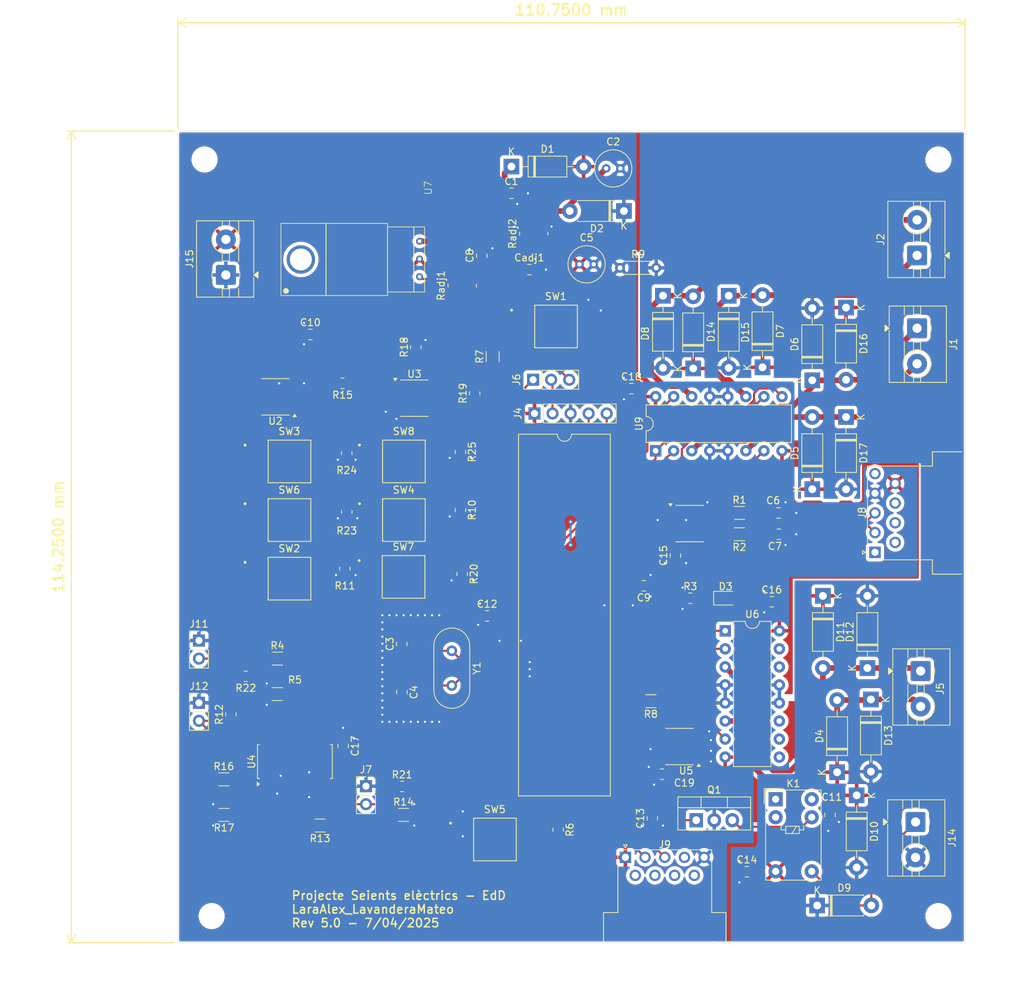
<source format=kicad_pcb>
(kicad_pcb (version 20240108) (generator "pcbnew") (generator_version "8.0")
  (layers (0 "F.Cu" signal) (31 "B.Cu" signal) (34 "B.Paste" user) (35 "F.Paste" user) (36 "B.SilkS" user "B.Silkscreen") (37 "F.SilkS" user "F.Silkscreen") (38 "B.Mask" user) (39 "F.Mask" user) (44 "Edge.Cuts" user))
  (net 0 "")
  (net 1 "GND")
  (net 2 "Net-(D1-K)")
  (net 3 "Net-(U10-OSC1{slash}CLKI{slash}RA7)")
  (net 4 "Net-(U10-OSC2{slash}CLKO{slash}RA6)")
  (net 5 "+5V")
  (net 6 "Net-(C6-Pad2)")
  (net 7 "Net-(C7-Pad2)")
  (net 8 "Net-(U3A-+)")
  (net 9 "VBAT")
  (net 10 "GNDPWR")
  (net 11 "ACTIVACIO_RELE")
  (net 12 "Net-(U7-ADJ{slash}GND)")
  (net 13 "Net-(D3-K)")
  (net 14 "Net-(D13-K)")
  (net 15 "Net-(D17-K)")
  (net 16 "Net-(D16-A)")
  (net 17 "Net-(D15-K)")
  (net 18 "Net-(D14-A)")
  (net 19 "Net-(D9-A2)")
  (net 20 "Net-(D11-A)")
  (net 21 "PGD")
  (net 22 "PGC")
  (net 23 "PROG_MCLR")
  (net 24 "Net-(J6-Pin_3)")
  (net 25 "Net-(J7-Pin_2)")
  (net 31 "Net-(U10-CK{slash}TX{slash}RC6)")
  (net 35 "Net-(U10-DT{slash}RX{slash}RC7)")
  (net 38 "Net-(J11-Pin_2)")
  (net 39 "Net-(J12-Pin_2)")
  (net 40 "Net-(Q1-C)")
  (net 41 "Net-(R4-Pad2)")
  (net 42 "CINT_OUT")
  (net 43 "SDA")
  (net 44 "M1_BOT")
  (net 45 "M3_BOT")
  (net 46 "Net-(R13-Pad2)")
  (net 47 "Net-(U2-V_{OUT})")
  (net 48 "Net-(R16-Pad2)")
  (net 49 "Net-(U3A--)")
  (net 50 "ANALOGIC_OUT")
  (net 51 "M2_BOT")
  (net 57 "OUT_FC2")
  (net 58 "OUT_FC3")
  (net 59 "SCL")
  (net 60 "M3_IN2")
  (net 62 "PWM")
  (net 64 "M3_IN1")
  (net 68 "M2_IN2")
  (net 69 "M1_IN1")
  (net 70 "M1_IN2")
  (net 71 "M2_IN1")
  (net 74 "OUT_FC1")
  (net 77 "M11_BOT")
  (net 81 "Net-(J6-Pin_1)")
  (net 82 "M22_BOT")
  (net 83 "M33_BOT")
  (net 84 "Net-(TJA1051T1-TXD)")
  (net 85 "Net-(TJA1051T1-RXD)")
  (net 87 "Net-(TJA1051T1-CAN-)")
  (net 88 "Net-(TJA1051T1-CAN+)")
  (footprint "Resistor_SMD:R_1206_3216Metric" (layer "F.Cu") (at 89.25 133)
    (property "Reference" "R14")
    (property "Value" "10k")
  )
  (footprint "TerminalBlock:TerminalBlock_MaiXu_MX126-5.0-02P_1x02_P5.00mm" (layer "F.Cu") (at 161.2825 134 -90)
    (property "Reference" "J14")
    (property "Value" "Screw_Terminal_01x02")
  )
  (footprint "Capacitor_THT:C_Radial_D5.0mm_H5.0mm_P2.00mm" (layer "F.Cu") (at 114 55.5)
    (property "Reference" "C5")
    (property "Value" "1uF")
  )
  (footprint "Connector_Dsub:DSUB-9_Male_Horizontal_P2.77x2.84mm_EdgePinOffset9.40mm" (layer "F.Cu") (at 155.574669 96.04 90)
    (property "Reference" "J8")
    (property "Value" "DE9_Plug")
  )
  (footprint "AlexLibrary:SW_2-1437565-7" (layer "F.Cu") (at 73.2 99.75)
    (property "Reference" "SW2")
    (property "Value" "SW_Push")
  )
  (footprint "Capacitor_SMD:C_0805_2012Metric" (layer "F.Cu") (at 142.05 93.5 180)
    (property "Reference" "C7")
    (property "Value" "47n")
  )
  (footprint "AlexLibrary:SW_2-1437565-7" (layer "F.Cu") (at 89.25 99.5)
    (property "Reference" "SW7")
    (property "Value" "SW_Push")
  )
  (footprint "Mis_huellas:SW_2-1437565-7" (layer "F.Cu") (at 102.105776 136.466146)
    (property "Reference" "SW5")
    (property "Value" "SW_Push")
  )
  (footprint "Diode_THT:D_DO-41_SOD81_P7.62mm_Horizontal" (layer "F.Cu") (at 120.25 48 180)
    (property "Reference" "D2")
    (property "Value" "D_TVS")
  )
  (footprint "Capacitor_SMD:C_0805_2012Metric" (layer "F.Cu") (at 123.05 100.75 180)
    (property "Reference" "C9")
    (property "Value" "100n")
  )
  (footprint "Connector_PinHeader_2.54mm:PinHeader_1x02_P2.54mm_Vertical" (layer "F.Cu") (at 60.4625 108.46)
    (property "Reference" "J11")
    (property "Value" "Conn_01x02")
  )
  (footprint "AlexLibrary:SW_2-1437565-7" (layer "F.Cu") (at 89.3 83.25)
    (property "Reference" "SW8")
    (property "Value" "SW_Push")
  )
  (footprint "Resistor_SMD:R_1206_3216Metric" (layer "F.Cu") (at 124.0375 117 180)
    (property "Reference" "R8")
    (property "Value" "2k")
  )
  (footprint "Resistor_SMD:R_0805_2012Metric" (layer "F.Cu") (at 90.9775 67.1625 90)
    (property "Reference" "R18")
    (property "Value" "1k")
  )
  (footprint "Resistor_SMD:R_0805_2012Metric" (layer "F.Cu") (at 97.25 90.0875 -90)
    (property "Reference" "R10")
    (property "Value" "10k")
  )
  (footprint "Resistor_SMD:R_0805_2012Metric" (layer "F.Cu") (at 81.25 90.3375 -90)
    (property "Reference" "R23")
    (property "Value" "10k")
  )
  (footprint "Package_DIP:DIP-16_W7.62mm" (layer "F.Cu") (at 124.71 81.75 90)
    (property "Reference" "U9")
    (property "Value" "L293D")
  )
  (footprint "Resistor_SMD:R_0805_2012Metric" (layer "F.Cu") (at 81.25 82.0875 -90)
    (property "Reference" "R24")
    (property "Value" "10k")
  )
  (footprint "Diode_THT:D_DO-41_SOD81_P10.16mm_Horizontal" (layer "F.Cu") (at 125.75 59.92 -90)
    (property "Reference" "D8")
    (property "Value" "1N5819")
  )
  (footprint "Connector_PinHeader_2.54mm:PinHeader_1x02_P2.54mm_Vertical" (layer "F.Cu") (at 60.4625 117.225)
    (property "Reference" "J12")
    (property "Value" "Conn_01x02")
  )
  (footprint "TerminalBlock:TerminalBlock_MaiXu_MX126-5.0-02P_1x02_P5.00mm" (layer "F.Cu") (at 162 112.75 -90)
    (property "Reference" "J5")
    (property "Value" "Screw_Terminal_01x02")
  )
  (footprint "Diode_THT:D_DO-41_SOD81_P10.16mm_Horizontal" (layer "F.Cu") (at 104.42 41.75)
    (property "Reference" "D1")
    (property "Value" "1N4002")
  )
  (footprint "Diode_THT:D_DO-41_SOD81_P10.16mm_Horizontal" (layer "F.Cu") (at 150.25 127 90)
    (property "Reference" "D4")
    (property "Value" "1N5819")
  )
  (footprint "Capacitor_SMD:C_0805_2012Metric" (layer "F.Cu") (at 137.55 141)
    (property "Reference" "C14")
    (property "Value" "33n")
  )
  (footprint "Capacitor_SMD:C_0805_2012Metric" (layer "F.Cu") (at 104.42 45.5)
    (property "Reference" "C1")
    (property "Value" "100nF")
  )
  (footprint "Package_DIP:DIP-16_W7.62mm" (layer "F.Cu") (at 134.5 107.09)
    (property "Reference" "U6")
    (property "Value" "L293D")
  )
  (footprint "Resistor_SMD:R_1206_3216Metric" (layer "F.Cu") (at 71.5 116 180)
    (property "Reference" "R5")
    (property "Value" "10k")
  )
  (footprint "Resistor_SMD:R_1206_3216Metric" (layer "F.Cu") (at 63.9625 128)
    (property "Reference" "R16")
    (property "Value" "10k")
  )
  (footprint "Diode_THT:D_DO-41_SOD81_P10.16mm_Horizontal" (layer "F.Cu") (at 130 70.16 90)
    (property "Reference" "D14")
    (property "Value" "1N5819")
  )
  (footprint "AlexLibrary:SW_2-1437565-7" (layer "F.Cu") (at 89.3 91.5)
    (property "Reference" "SW4")
    (property "Value" "SW_Push")
  )
  (footprint "Diode_THT:D_DO-41_SOD81_P10.16mm_Horizontal" (layer "F.Cu") (at 139.75 70 90)
    (property "Reference" "D7")
    (property "Value" "1N5819")
  )
  (footprint "AlexLibrary:SW_2-1437565-7" (layer "F.Cu") (at 73.2 83.25)
    (property "Reference" "SW3")
    (property "Value" "SW_Push")
  )
  (footprint "Resistor_SMD:R_0805_2012Metric" (layer "F.Cu") (at 80.6625 72.25 180)
    (property "Reference" "R15")
    (property "Value" "10k")
  )
  (footprint "Resistor_SMD:R_1206_3216Metric" (layer "F.Cu") (at 136.5 90.5)
    (property "Reference" "R1")
    (property "Value" "120")
  )
  (footprint "Resistor_SMD:R_0815_2038Metric" (layer "F.Cu") (at 107.5625 51.1875 90)
    (property "Reference" "Radj2")
    (property "Value" "270")
  )
  (footprint "Resistor_SMD:R_0805_2012Metric" (layer "F.Cu") (at 111 135.0875 -90)
    (property "Reference" "R6")
    (property "Value" "10k")
  )
  (footprint "Mis_huellas:DIP-40_W15.24mm_SMD" (layer "F.Cu") (at 112.06 105.365)
    (property "Reference" "U10" (hide yes))
    (property "Value" "PIC18F4580-IP" (hide yes))
  )
  (footprint "Diode_THT:D_DO-41_SOD81_P7.62mm_Horizontal" (layer "F.Cu") (at 147.44 145.75)
    (property "Reference" "D9")
    (property "Value" "D_TVS")
  )
  (footprint "Diode_THT:D_DO-41_SOD81_P10.16mm_Horizontal" (layer "F.Cu") (at 148.25 102.17 -90)
    (property "Reference" "D11")
    (property "Value" "1N5819")
  )
  (footprint "Resistor_SMD:R_0805_2012Metric" (layer "F.Cu") (at 81 98.3375 -90)
    (property "Reference" "R11")
    (property "Value" "10k")
  )
  (footprint "Connector_PinHeader_2.54mm:PinHeader_1x02_P2.54mm_Vertical" (layer "F.Cu") (at 83.9625 128.96)
    (property "Reference" "J7")
    (property "Value" "Conn_01x02")
  )
  (footprint "Capacitor_SMD:C_0805_2012Metric" (layer "F.Cu") (at 80.75 123.3 -90)
    (property "Reference" "C17")
    (property "Value" "100n")
  )
  (footprint "Capacitor_SMD:C_0805_2012Metric" (layer "F.Cu") (at 89 108.95 90)
    (property "Reference" "C3")
    (property "Value" "35pF")
  )
  (footprint "Diode_THT:D_DO-41_SOD81_P10.16mm_Horizontal" (layer "F.Cu") (at 146.75 87.16 90)
    (property "Reference" "D5")
    (property "Value" "1N5819")
  )
  (footprint "Capacitor_SMD:C_0805_2012Metric" (layer "F.Cu") (at 100.25 54.3 90)
    (property "Reference" "C8")
    (property "Value" "100nF")
  )
  (footprint "TerminalBlock:TerminalBlock_MaiXu_MX126-5.0-02P_1x02_P5.00mm" (layer "F.Cu") (at 161.5 54.25 90)
    (property "Reference" "J2")
    (property "Value" "Screw_Terminal_01x02")
  )
  (footprint "Diode_THT:D_DO-41_SOD81_P10.16mm_Horizontal" (layer "F.Cu") (at 146.75 71.83 90)
    (property "Reference" "D6")
    (property "Value" "1N5819")
  )
  (footprint "Resistor_SMD:R_0805_2012Metric" (layer "F.Cu") (at 97.5 99.0875 -90)
    (property "Reference" "R20")
    (property "Value" "10k")
  )
  (footprint "Resistor_SMD:R_0805_2012Metric" (layer "F.Cu") (at 64.9625 118.857448 90)
    (property "Reference" "R12")
    (property "Value" "10k")
  )
  (footprint "Diode_THT:D_DO-41_SOD81_P10.16mm_Horizontal" (layer "F.Cu") (at 155 116.75 -90)
    (property "Reference" "D13")
    (property "Value" "1N5819")
  )
  (footprint "Capacitor_SMD:C_0805_2012Metric" (layer "F.Cu") (at 125.6075 127.27)
    (property "Reference" "C19")
    (property "Value" "100n")
  )
  (footprint "Resistor_SMD:R_0805_2012Metric" (layer "F.Cu") (at 89.05 129)
    (property "Reference" "R21")
    (property "Value" "10k")
  )
  (footprint "Resistor_SMD:R_1206_3216Metric" (layer "F.Cu") (at 77.5 134.5 180)
    (property "Reference" "R13")
    (property "Value" "10k")
  )
  (footprint "AlexLibrary:SW_2-1437565-7" (layer "F.Cu") (at 73.2 91.5)
    (property "Reference" "SW6")
    (property "Value" "SW_Push")
  )
  (footprint "Capacitor_SMD:C_0805_2012Metric" (layer "F.Cu") (at 106.95 56.25)
    (property "Reference" "Cadj1")
    (property "Value" "10uF")
  )
  (footprint "Resistor_SMD:R_0805_2012Metric" (layer "F.Cu") (at 129.5875 102.5)
    (property "Reference" "R3")
    (property "Value" "150")
  )
  (footprint "TerminalBlock:TerminalBlock_MaiXu_MX126-5.0-02P_1x02_P5.00mm" (layer "F.Cu") (at 64.25 57 90)
    (property "Reference" "J15")
    (property "Value" "Screw_Terminal_01x02")
  )
  (footprint "Capacitor_SMD:C_0805_2012Metric" (layer "F.Cu") (at 121.3 73)
    (property "Reference" "C18")
    (property "Value" "100n")
  )
  (footprint "Package_SO:SOIC-8_3.9x4.9mm_P1.27mm" (layer "F.Cu") (at 129.5 92)
    (property "Reference" "TJA1051T1" (hide yes))
    (property "Value" "U1")
  )
  (footprint "Capacitor_SMD:C_0805_2012Metric" (layer "F.Cu") (at 124.25 133.5 90)
    (property "Reference" "C13")
    (property "Value" "47n")
  )
  (footprint "Capacitor_SMD:C_0805_2012Metric" (layer "F.Cu") (at 76.133562 65.374569)
    (property "Reference" "C10")
    (property "Value" "100n")
  )
  (footprint "Diode_THT:D_DO-41_SOD81_P10.16mm_Horizontal" (layer "F.Cu") (at 151.5 77 -90)
    (property "Reference" "D17")
    (property "Value" "1N5819")
  )
  (footprint "Capacitor_SMD:C_0805_2012Metric" (layer "F.Cu") (at 142 90.5 180)
    (property "Reference" "C6")
    (property "Value" "47n")
  )
  (footprint "Connector_Dsub:DSUB-9_Male_Horizontal_P2.77x2.54mm_EdgePinOffset9.40mm" (layer "F.Cu") (at 120.46 138.974669)
    (property "Reference" "J9")
    (property "Value" "DE9_Plug")
  )
  (footprint "Resistor_SMD:R_0805_2012Metric" (layer "F.Cu") (at 97.25 81.9125 -90)
    (property "Reference" "R25")
    (property "Value" "10k")
  )
  (footprint "Resistor_SMD:R_1206_3216Metric" (layer "F.Cu") (at 101.7875 68.5 90)
    (property "Reference" "R7")
    (property "Value" "300")
  )
  (footprint "Package_SO:SOIC-8_3.9x4.9mm_P1.27mm" (layer "F.Cu") (at 90.775 74.345)
    (property "Reference" "U3")
    (property "Value" "LT6234")
  )
  (footprint "Diode_THT:D_DO-41_SOD81_P10.16mm_Horizontal" (layer "F.Cu") (at 135 59.92 -90)
    (property "Reference" "D15")
    (property "Value" "1N5819")
  )
  (footprint "Connector_PinHeader_2.54mm:PinHeader_1x05_P2.54mm_Vertical" (layer "F.Cu") (at 107.67 76.5 90)
    (property "Reference" "J4")
    (property "Value" "Conn_01x05")
  )
  (footprint "MountingHole:MountingHole_3.2mm_M3" (layer "F.Cu") (at 164.5 40.75)
    (property "Reference" "REF**")
    (property "Value" "MountingHole_3.2mm_M3")
  )
  (footprint "Capacitor_SMD:C_0805_2012Metric" (layer "F.Cu") (at 127.5 96.5 90)
    (property "Reference" "C15")
    (property "Value" "100n")
  )
  (footprint "Capacitor_SMD:C_0805_2012Metric" (layer "F.Cu") (at 149.25 133 90)
    (property "Reference" "C11")
    (property "Value" "47n")
  )
  (footprint "Capacitor_SMD:C_0805_2012Metric" (layer "F.Cu") (at 141.05 103)
    (property "Reference" "C16")
    (property "Value" "100n")
  )
  (footprint "Package_SO:SO-8_3.9x4.9mm_P1.27mm" (layer "F.Cu") (at 128.075 123.385 180)
    (property "Reference" "U5")
    (property "Value" "24LC512")
  )
  (footprint "Connector_PinHeader_2.54mm:PinHeader_1x03_P2.54mm_Vertical" (layer "F.Cu") (at 107.475 71.75 90)
    (property "Reference" "J6")
    (property "Value" "Conn_01x03")
  )
  (footprint "Mis_huellas:HuellaDis" (layer "F.Cu") (at 93.71 54.741157 90)
    (property "Reference" "U7")
    (property "Value" "LD1086V-DG")
  )
  (footprint "MountingHole:MountingHole_3.2mm_M3" (layer "F.Cu") (at 164.5 147.25)
    (property "Reference" "REF**")
    (property "Value" "MountingHole_3.2mm_M3")
  )
  (footprint "Mis_huellas:SW_2-1437565-7" (layer "F.Cu") (at 110.7 64.25)
    (property "Reference" "SW1")
    (property "Value" "SW_Push" (hide yes))
  )
  (footprint "Capacitor_SMD:C_0805_2012Metric" (layer "F.Cu") (at 89.017929 115.728641 -90)
    (property "Reference" "C4")
    (property "Value" "35pF")
  )
  (footprint "Resistor_SMD:R_0805_2012Metric" (layer "F.Cu") (at 99.25 73.6625 90)
    (property "Reference" "R19")
    (property "Value" "9k")
  )
  (footprint "Resistor_SMD:R_0815_2038Metric" (layer "F.Cu") (at 97.5 58.5 90)
    (property "Reference" "Radj1")
    (property "Value" "121")
  )
  (footprint "Resistor_SMD:R_1206_3216Metric" (layer "F.Cu") (at 136.5 93.5 180)
    (property "Reference" "R2")
    (property "Value" "120")
  )
  (footprint "Resistor_THT:R_Axial_DIN0204_L3.6mm_D1.6mm_P5.08mm_Horizontal" (layer "F.Cu") (at 119.71 56)
    (property "Reference" "R9")
    (property "Value" "0")
  )
  (footprint "Diode_THT:D_DO-41_SOD81_P10.16mm_Horizontal" (layer "F.Cu") (at 151.5 61.59 -90)
    (property "Reference" "D16")
    (property "Value" "1N5819")
  )
  (footprint "TerminalBlock:TerminalBlock_MaiXu_MX126-5.0-02P_1x02_P5.00mm" (layer "F.Cu") (at 161.5 64.5 -90)
    (property "Reference" "J1")
    (property "Value" "Screw_Terminal_01x02")
  )
  (footprint "Capacitor_SMD:C_0805_2012Metric" (layer "F.Cu") (at 101 105)
    (property "Reference" "C12")
    (property "Value" "100n")
  )
  (footprint "Capacitor_THT:C_Radial_D5.0mm_H5.0mm_P2.00mm" (layer "F.Cu") (at 117.75 42)
    (property "Reference" "C2")
    (property "Value" "1uF")
  )
  (footprint "Package_SO:SOIC-16_4.55x10.3mm_P1.27mm" (layer "F.Cu") (at 73.9625 125.5 90)
    (property "Reference" "U4")
    (property "Value" "LT1721")
  )
  (footprint "MountingHole:MountingHole_3.2mm_M3" (layer "F.Cu") (at 62.25 147.25)
    (property "Reference" "REF**")
    (property "Value" "MountingHole_3.2mm_M3")
  )
  (footprint "Package_SO:SOIC-8_3.9x4.9mm_P1.27mm" (layer "F.Cu") (at 71.225 74.155 180)
    (property "Reference" "U2")
    (property "Value" "LM35-D")
  )
  (footprint "Relay_THT:Relay_SPDT_Omron_G5V-1" (layer "F.Cu") (at 141.5925 130.7925)
    (property "Reference" "K1")
    (property "Value" "Relay_SPDT")
  )
  (footprint "Diode_THT:D_DO-41_SOD81_P10.16mm_Horizontal" (layer "F.Cu") (at 153 130.25 -90)
    (property "Reference" "D10")
    (property "Value" "1N4007")
  )
  (footprint "Diode_THT:D_DO-41_SOD81_P10.16mm_Horizontal" (layer "F.Cu") (at 154.5 112.33 90)
    (property "Reference" "D12")
    (property "Value" "1N5819")
  )
  (footprint "LED_SMD:LED_0805_2012Metric" (layer "F.Cu") (at 134.5625 102.5)
    (property "Reference" "D3")
    (property "Value" "LED")
  )
  (footprint "Resistor_SMD:R_1206_3216Metric" (layer "F.Cu") (at 64 133 180)
    (property "Reference" "R17")
    (property "Value" "10k")
  )
  (footprint "Resistor_SMD:R_0805_2012Metric" (layer "F.Cu") (at 67.05 113.5 180)
    (property "Reference" "R22")
    (property "Value" "10k")
  )
  (footprint "Crystal:Crystal_HC49-U_Vertical" (layer "F.Cu") (at 96.034112 109.90673 -90)
    (property "Reference" "Y1")
    (property "Value" "Crystal")
  )
  (footprint "MountingHole:MountingHole_3.2mm_M3" (layer "F.Cu") (at 61.25 40.75)
    (property "Reference" "REF**")
    (property "Value" "MountingHole_3.2mm_M3")
  )
  (footprint "Resistor_SMD:R_1206_3216Metric" (layer "F.Cu") (at 71.5 111)
    (property "Reference" "R4")
    (property "Value" "10k")
  )
  (footprint "Package_TO_SOT_THT:TO-220-3_Vertical" (layer "F.Cu") (at 130.42 133.75)
    (property "Reference" "Q1")
    (property "Value" "DTC144E")
  )
  (gr_rect (start 57.5 36.75) (end 168.25 151) (stroke (width 0.05)) (fill none) (layer "Edge.Cuts"))
  (gr_text_box "Projecte Seients elèctrics - EdD\nLaraAlex_LavanderaMateo\nRev 5.0 - 7/04/2025" (start 72.5 142.75) (end 106.5 149.75) (layer "F.SilkS") (effects (font (size 1.2 1.2) (thickness 0.2) (bold yes)) (justify left top)) (border yes))
  (dimension (type aligned) (layer "F.SilkS") (pts (xy 57.5 36.75) (xy 57.5 151)) (height 14.999999) (gr_text "114,2500 mm" (at 40.700001 93.875 90) (layer "F.SilkS") (effects (font (size 1.5 1.5) (thickness 0.3)))) (format (prefix "") (suffix "") (units 3) (units_format 1) (precision 4)) (style (thickness 0.2) (arrow_length 1.27) (text_position_mode 0) (extension_height 0.58642) (extension_offset 0.5) keep_text_aligned))
  (dimension (type aligned) (layer "F.SilkS") (pts (xy 57.5 36.75) (xy 168.25 36.75)) (height -15.25) (gr_text "110,7500 mm" (at 112.875 19.7 0) (layer "F.SilkS") (effects (font (size 1.5 1.5) (thickness 0.3)))) (format (prefix "") (suffix "") (units 3) (units_format 1) (precision 4)) (style (thickness 0.2) (arrow_length 1.27) (text_position_mode 0) (extension_height 0.58642) (extension_offset 0.5) keep_text_aligned))
  (segment (start 117.64 103.64) (end 117.5 103.5) (width 0.3) (layer "F.Cu") (net 1))
  (segment (start 97.25 82.825) (end 95.825 82.825) (width 0.3) (layer "F.Cu") (net 1))
  (segment (start 90.9775 66.25) (end 92.25 66.25) (width 0.3) (layer "F.Cu") (net 1))
  (segment (start 97.555776 135.989044) (end 97.578931 136.012199) (width 0.3) (layer "F.Cu") (net 1))
  (segment (start 72.0575 128.75) (end 72.0575 127.595) (width 0.3) (layer "F.Cu") (net 1))
  (segment (start 115.25 62) (end 117 62) (width 0.3) (layer "F.Cu") (net 1))
  (segment (start 70.0375 114.5375) (end 70 114.5) (width 0.3) (layer "F.Cu") (net 1))
  (segment (start 132.31 125.29) (end 132.5 125.48) (width 0.3) (layer "F.Cu") (net 1))
  (segment (start 100.25 53.35) (end 101.75 53.35) (width 0.3) (layer "F.Cu") (net 1))
  (segment (start 128.675 102.5) (end 128.675 103.825) (width 0.3) (layer "F.Cu") (net 1))
  (segment (start 105.57 108.68) (end 105.75 108.5) (width 0.3) (layer "F.Cu") (net 1))
  (segment (start 131.975 90.095) (end 131.975 89.025) (width 0.3) (layer "F.Cu") (net 1))
  (segment (start 110 50.25) (end 110.0625 50.1875) (width 0.3) (layer "F.Cu") (net 1))
  (segment (start 81 99.25) (end 82.5 99.25) (width 0.3) (layer "F.Cu") (net 1))
  (segment (start 80.75 122.35) (end 80.75 120.75) (width 0.3) (layer "F.Cu") (net 1))
  (segment (start 124.25 134.45) (end 122.8 134.45) (width 0.3) (layer "F.Cu") (net 1))
  (segment (start 140.1 103) (end 140.1 101.6) (width 0.3) (layer "F.Cu") (net 1))
  (segment (start 124.27 124.02) (end 124 123.75) (width 0.3) (layer "F.Cu") (net 1))
  (segment (start 107.9 56.25) (end 109.28 56.25) (width 0.3) (layer "F.Cu") (net 1))
  (segment (start 128.9 97.45) (end 129 97.55) (width 0.3) (layer "F.Cu") (net 1))
  (segment (start 120.35 74.4) (end 120.25 74.5) (width 0.3) (layer "F.Cu") (net 1))
  (segment (start 75.8675 128.75) (end 75.8675 127.095) (width 0.3) (layer "F.Cu") (net 1))
  (segment (start 120.35 73) (end 120.35 71.6) (width 0.3) (layer "F.Cu") (net 1))
  (segment (start 73.7 72.25) (end 71.75 72.25) (width 0.3) (layer "F.Cu") (net 1))
  (segment (start 132.46 124.02) (end 132.5 123.98) (width 0.3) (layer "F.Cu") (net 1))
  (segment (start 105.37 45.5) (end 106.75 45.5) (width 0.3) (layer "F.Cu") (net 1))
  (segment (start 70.0375 116) (end 70.0375 117.4625) (width 0.3) (layer "F.Cu") (net 1))
  (segment (start 126.970432 91.470432) (end 127 91.5) (width 0.3) (layer "F.Cu") (net 1))
  (segment (start 81.25 91.25) (end 82.75 91.25) (width 0.3) (layer "F.Cu") (net 1))
  (segment (start 130.65 125.29) (end 132.31 125.29) (width 0.3) (layer "F.Cu") (net 1))
  (segment (start 142.95 90.5) (end 144.5 90.5) (width 0.3) (layer "F.Cu") (net 1))
  (segment (start 90.9775 66.25) (end 89.425 66.25) (width 0.3) (layer "F.Cu") (net 1))
  (segment (start 97.5 100) (end 96 100) (width 0.3) (layer "F.Cu") (net 1))
  (segment (start 81 99.25) (end 79.75 99.25) (width 0.3) (layer "F.Cu") (net 1))
  (segment (start 107.5625 50.25) (end 110 50.25) (width 0.3) (layer "F.Cu") (net 1))
  (segment (start 90.7125 134.4625) (end 90.75 134.5) (width 0.3) (layer "F.Cu") (net 1))
  (segment (start 90.7125 133) (end 90.7125 131.5375) (width 0.3) (layer "F.Cu") (net 1))
  (segment (start 75.8675 130.405) (end 75.9625 130.5) (width 0.3) (layer "F.Cu") (net 1))
  (segment (start 105.37 45.5) (end 105.37 46.88) (width 0.3) (layer "F.Cu") (net 1))
  (segment (start 119.5 103.64) (end 117.64 103.64) (width 0.3) (layer "F.Cu") (net 1))
  (segment (start 100.05 105.95) (end 99.75 106.25) (width 0.3) (layer "F.Cu") (net 1))
  (segment (start 130.65 121.48) (end 132.02 121.48) (width 0.3) (layer "F.Cu") (net 1))
  (segment (start 132.23 122.75) (end 132.5 122.48) (width 0.3) (layer "F.Cu") (net 1))
  (segment (start 97.25 91) (end 98.75 91) (width 0.3) (layer "F.Cu") (net 1))
  (segment (start 132.02 121.48) (end 132.25 121.25) (width 0.3) (layer "F.Cu") (net 1))
  (segment (start 97.25 91) (end 95.75 91) (width 0.3) (layer "F.Cu") (net 1))
  (segment (start 81.25 83) (end 80 83) (width 0.3) (layer "F.Cu") (net 1))
  (segment (start 121.36 103.64) (end 121.5 103.5) (width 0.3) (layer "F.Cu") (net 1))
  (segment (start 97.555776 134.216146) (end 97.555776 135.989044) (width 0.3) (layer "F.Cu") (net 1))
  (segment (start 71.4625 129.345) (end 71.4625 130) (width 0.3) (layer "F.Cu") (net 1))
  (segment (start 75.183562 65.374569) (end 75.183562 63.816438) (width 0.3) (layer "F.Cu") (net 1))
  (segment (start 128.675 102.5) (end 128.675 101.175) (width 0.3) (layer "F.Cu") (net 1))
  (segment (start 127.025 91.365) (end 128.865 91.365) (width 0.3) (layer "F.Cu") (net 1))
  (segment (start 81.25 91.25) (end 80 91.25) (width 0.3) (layer "F.Cu") (net 1))
  (segment (start 97.055776 134.016146) (end 97.105776 133.966146) (width 0.3) (layer "F.Cu") (net 1))
  (segment (start 86.36 108) (end 86.26 107.9) (width 0.3) (layer "F.Cu") (net 1))
  (segment (start 128.865 91.365) (end 129 91.5) (width 0.3) (layer "F.Cu") (net 1))
  (segment (start 62.5375 133) (end 62.5375 131.575) (width 0.3) (layer "F.Cu") (net 1))
  (segment (start 70.0375 117.4625) (end 70 117.5) (width 0.3) (layer "F.Cu") (net 1))
  (segment (start 130.65 124.02) (end 132.46 124.02) (width 0.3) (layer "F.Cu") (net 1))
  (segment (start 122.8 134.45) (end 122.75 134.5) (width 0.3) (layer "F.Cu") (net 1))
  (segment (start 105.37 46.88) (end 105.25 47) (width 0.3) (layer "F.Cu") (net 1))
  (segment (start 130.65 122.75) (end 132.23 122.75) (width 0.3) (layer "F.Cu") (net 1))
  (segment (start 142.95 89.05) (end 143 89) (width 0.3) (layer "F.Cu") (net 1))
  (segment (start 97.25 82.825) (end 98.675 82.825) (width 0.3) (layer "F.Cu") (net 1))
  (segment (start 126.96 91.46) (end 127 91.5) (width 0.3) (layer "F.Cu") (net 1))
  (segment (start 127.5 97.45) (end 126.1 97.45) (width 0.3) (layer "F.Cu") (net 1))
  (segment (start 75.183562 66.683562) (end 75.25 66.75) (width 0.3) (layer "F.Cu") (net 1))
  (segment (start 124 100.75) (end 124 102.25) (width 0.3) (layer "F.Cu") (net 1))
  (segment (start 102.93 108.68) (end 102.75 108.5) (width 0.3) (layer "F.Cu") (net 1))
  (segment (start 125.7 134.45) (end 125.75 134.5) (width 0.3) (layer "F.Cu") (net 1))
  (segment (start 107.9 56.25) (end 107.9 54.87) (width 0.3) (layer "F.Cu") (net 1))
  (segment (start 104.875 50.25) (end 104.8125 50.1875) (width 0.3) (layer "F.Cu") (net 1))
  (segment (start 124.25 134.45) (end 125.7 134.45) (width 0.3) (layer "F.Cu") (net 1))
  (segment (start 72.0575 128.75) (end 71.4625 129.345) (width 0.3) (layer "F.Cu") (net 1))
  (segment (start 143 93.5) (end 144.5 93.5) (width 0.3) (layer "F.Cu") (net 1))
  (segment (start 86.481359 116.678641) (end 86.26 116.9) (width 0.3) (layer "F.Cu") (net 1))
  (segment (start 115.25 62) (end 115.25 60.5) (width 0.3) (layer "F.Cu") (net 1))
  (segment (start 124.6575 127.1575) (end 124.6575 127.27) (width 0.3) (layer "F.Cu") (net 1))
  (segment (start 128.675 101.175) (end 128.5 101) (width 0.3) (layer "F.Cu") (net 1))
  (segment (start 92.25 66.25) (end 92.3375 66.1625) (width 0.3) (layer "F.Cu") (net 1))
  (segment (start 97.555776 134.216146) (end 97.555776 132.535354) (width 0.3) (layer "F.Cu") (net 1))
  (segment (start 88.3 77.2) (end 88.25 77.25) (width 0.3) (layer "F.Cu") (net 1))
  (segment (start 95.825 82.825) (end 95.75 82.75) (width 0.3) (layer "F.Cu") (net 1))
  (segment (start 143 93.5) (end 143 95) (width 0.3) (layer "F.Cu") (net 1))
  (segment (start 72.0575 127.595) (end 71.9625 127.5) (width 0.3) (layer "F.Cu") (net 1))
  (segment (start 73.7 72.25) (end 75.25 72.25) (width 0.3) (layer "F.Cu") (net 1))
  (segment (start 62.5375 134.425) (end 62.4625 134.5) (width 0.3) (layer "F.Cu") (net 1))
  (segment (start 131.975 89.025) (end 132 89) (width 0.3) (layer "F.Cu") (net 1))
  (segment (start 97.5 100) (end 99 100) (width 0.3) (layer "F.Cu") (net 1))
  (segment (start 88.3 76.25) (end 86.75 76.25) (width 0.3) (layer "F.Cu") (net 1))
  (segment (start 107.9 54.87) (end 107.78 54.75) (width 0.3) (layer "F.Cu") (net 1))
  (segment (start 125.135 91.365) (end 125 91.5) (width 0.3) (layer "F.Cu") (net 1))
  (segment (start 124.6575 127.27) (end 124.6575 128.5925) (width 0.3) (layer "F.Cu") (net 1))
  (segment (start 104.26 108.68) (end 105.57 108.68) (width 0.3) (layer "F.Cu") (net 1))
  (segment (start 75.8675 127.095) (end 75.9625 127) (width 0.3) (layer "F.Cu") (net 1))
  (segment (start 97.555776 132.535354) (end 97.578931 132.512199) (width 0.3) (layer "F.Cu") (net 1))
  (segment (start 98.675 82.825) (end 98.75 82.75) (width 0.3) (layer "F.Cu") (net 1))
  (segment (start 100.05 103.3) (end 100 103.25) (width 0.3) (layer "F.Cu") (net 1))
  (segment (start 128.675 103.825) (end 128.5 104) (width 0.3) (layer "F.Cu") (net 1))
  (segment (start 62.5375 131.575) (end 62.4625 131.5) (width 0.3) (layer "F.Cu") (net 1))
  (segment (start 62.5375 133) (end 62.5375 134.425) (width 0.3) (layer "F.Cu") (net 1))
  (segment (start 107.5625 50.25) (end 104.875 50.25) (width 0.3) (layer "F.Cu") (net 1))
  (segment (start 123.75 126.25) (end 124.6575 127.1575) (width 0.3) (layer "F.Cu") (net 1))
  (segment (start 119.5 103.64) (end 121.36 103.64) (width 0.3) (layer "F.Cu") (net 1))
  (segment (start 124.6575 128.5925) (end 124.5 128.75) (width 0.3) (layer "F.Cu") (net 1))
  (segment (start 100.05 105) (end 100.05 105.95) (width 0.3) (layer "F.Cu") (net 1))
  (segment (start 125.5 124.02) (end 124.27 124.02) (width 0.3) (layer "F.Cu") (net 1))
  (segment (start 90.7125 133) (end 90.7125 134.4625) (width 0.3) (layer "F.Cu") (net 1))
  (segment (start 127.025 91.365) (end 125.135 91.365) (width 0.3) (layer "F.Cu") (net 1))
  (segment (start 120.35 71.6) (end 120.25 71.5) (width 0.3) (layer "F.Cu") (net 1))
  (segment (start 90.7125 131.5375) (end 90.75 131.5) (width 0.3) (layer "F.Cu") (net 1))
  (segment (start 127.5 97.45) (end 128.9 97.45) (width 0.3) (layer "F.Cu") (net 1))
  (segment (start 75.183562 63.816438) (end 75.25 63.75) (width 0.3) (layer "F.Cu") (net 1))
  (segment (start 126.1 97.45) (end 126 97.55) (width 0.3) (layer "F.Cu") (net 1))
  (segment (start 88.3 76.25) (end 88.3 77.2) (width 0.3) (layer "F.Cu") (net 1))
  (segment (start 140.1 104.4) (end 140 104.5) (width 0.3) (layer "F.Cu") (net 1))
  (segment (start 75.8675 128.75) (end 75.8675 130.405) (width 0.3) (layer "F.Cu") (net 1))
  (segment (start 75.183562 65.374569) (end 75.183562 66.683562) (width 0.3) (layer "F.Cu") (net 1))
  (segment (start 140.1 101.6) (end 140 101.5) (width 0.3) (layer "F.Cu") (net 1))
  (segment (start 142.95 90.5) (end 142.95 89.05) (width 0.3) (layer "F.Cu") (net 1))
  (segment (start 100.05 105) (end 100.05 103.3) (width 0.3) (layer "F.Cu") (net 1))
  (segment (start 100.25 53.35) (end 98.5 53.35) (width 0.3) (layer "F.Cu") (net 1))
  (segment (start 89.425 66.25) (end 89.3375 66.1625) (width 0.3) (layer "F.Cu") (net 1))
  (segment (start 80.75 122.35) (end 82.15 122.35) (width 0.3) (layer "F.Cu") (net 1))
  (segment (start 104.26 108.68) (end 102.93 108.68) (width 0.3) (layer "F.Cu") (net 1))
  (segment (start 120.35 73) (end 120.35 74.4) (width 0.3) (layer "F.Cu") (net 1))
  (segment (start 70.0375 116) (end 70.0375 114.5375) (width 0.3) (layer "F.Cu") (net 1))
  (segment (start 140.1 103) (end 140.1 104.4) (width 0.3) (layer "F.Cu") (net 1))
  (segment (start 81.25 83) (end 82.5 83) (width 0.3) (layer "F.Cu") (net 1))
  (segment (start 124 100.75) (end 124 99.25) (width 0.3) (layer "F.Cu") (net 1))
  (via (at 98.5 53.35) (size 0.7) (drill 0.3) (layers "F.Cu" "B.Cu") (net 1))
  (via (at 90.26 104.9) (size 0.7) (drill 0.3) (layers "F.Cu" "B.Cu") (net 1))
  (via (at 132.25 121.25) (size 0.7) (drill 0.3) (layers "F.Cu" "B.Cu") (net 1))
  (via (at 95.75 91) (size 0.7) (drill 0.3) (layers "F.Cu" "B.Cu") (net 1))
  (via (at 125.75 134.5) (size 0.7) (drill 0.3) (layers "F.Cu" "B.Cu") (net 1))
  (via (at 95.75 82.75) (size 0.7) (drill 0.3) (layers "F.Cu" "B.Cu") (net 1))
  (via (at 120.25 71.5) (size 0.7) (drill 0.3) (layers "F.Cu" "B.Cu") (net 1))
  (via (at 132 89) (size 0.7) (drill 0.3) (layers "F.Cu" "B.Cu") (net 1))
  (via (at 82.75 91.25) (size 0.7) (drill 0.3) (layers "F.Cu" "B.Cu") (net 1))
  (via (at 96 100) (size 0.7) (drill 0.3) (layers "F.Cu" "B.Cu") (net 1))
  (via (at 71.9625 127.5) (size 0.7) (drill 0.3) (layers "F.Cu" "B.Cu") (net 1))
  (via (at 92.3375 66.1625) (size 0.7) (drill 0.3) (layers "F.Cu" "B.Cu") (net 1))
  (via (at 86.26 118.9) (size 0.7) (drill 0.3) (layers "F.Cu" "B.Cu") (net 1))
  (via (at 107 113.5) (size 0.7) (drill 0.3) (layers "F.Cu" "B.Cu") (net 1))
  (via (at 120.25 74.5) (size 0.7) (drill 0.3) (layers "F.Cu" "B.Cu") (net 1))
  (via (at 79.75 99.25) (size 0.7) (drill 0.3) (layers "F.Cu" "B.Cu") (net 1))
  (via (at 86.26 112.9) (size 0.7) (drill 0.3) (layers "F.Cu" "B.Cu") (net 1))
  (via (at 122.75 134.5) (size 0.7) (drill 0.3) (layers "F.Cu" "B.Cu") (net 1))
  (via (at 71.4625 130) (size 0.7) (drill 0.3) (layers "F.Cu" "B.Cu") (net 1))
  (via (at 123.75 126.25) (size 0.7) (drill 0.3) (layers "F.Cu" "B.Cu") (net 1))
  (via (at 98.75 91) (size 0.7) (drill 0.3) (layers "F.Cu" "B.Cu") (net 1))
  (via (at 80 83) (size 0.7) (drill 0.3) (layers "F.Cu" "B.Cu") (net 1))
  (via (at 124 123.75) (size 0.7) (drill 0.3) (layers "F.Cu" "B.Cu") (net 1))
  (via (at 107.78 54.75) (size 0.7) (drill 0.3) (layers "F.Cu" "B.Cu") (net 1))
  (via (at 86.26 104.9) (size 0.7) (drill 0.3) (layers "F.Cu" "B.Cu") (net 1))
  (via (at 91.26 104.9) (size 0.7) (drill 0.3) (layers "F.Cu" "B.Cu") (net 1))
  (via (at 89.26 119.9) (size 0.7) (drill 0.3) (layers "F.Cu" "B.Cu") (net 1))
  (via (at 86.26 115.9) (size 0.7) (drill 0.3) (layers "F.Cu" "B.Cu") (net 1))
  (via (at 86.26 117.9) (size 0.7) (drill 0.3) (layers "F.Cu" "B.Cu") (net 1))
  (via (at 132.5 122.48) (size 0.7) (drill 0.3) (layers "F.Cu" "B.Cu") (net 1))
  (via (at 86.26 105.9) (size 0.7) (drill 0.3) (layers "F.Cu" "B.Cu") (net 1))
  (via (at 87.26 119.9) (size 0.7) (drill 0.3) (layers "F.Cu" "B.Cu") (net 1))
  (via (at 80 91.25) (size 0.7) (drill 0.3) (layers "F.Cu" "B.Cu") (net 1))
  (via (at 88.26 104.9) (size 0.7) (drill 0.3) (layers "F.Cu" "B.Cu") (net 1))
  (via (at 124 102.25) (size 0.7) (drill 0.3) (layers "F.Cu" "B.Cu") (net 1))
  (via (at 86.26 107.9) (size 0.7) (drill 0.3) (layers "F.Cu" "B.Cu") (net 1))
  (via (at 86.26 109.9) (size 0.7) (drill 0.3) (layers "F.Cu" "B.Cu") (net 1))
  (via (at 107 111.5) (size 0.7) (drill 0.3) (layers "F.Cu" "B.Cu") (net 1))
  (via (at 82.5 83) (size 0.7) (drill 0.3) (layers "F.Cu" "B.Cu") (net 1))
  (via (at 75.9625 130.5) (size 0.7) (drill 0.3) (layers "F.Cu" "B.Cu") (net 1))
  (via (at 100 103.25) (size 0.7) (drill 0.3) (layers "F.Cu" "B.Cu") (net 1))
  (via (at 97.578931 136.012199) (size 0.7) (drill 0.3) (layers "F.Cu" "B.Cu") (net 1))
  (via (at 86.26 106.9) (size 0.7) (drill 0.3) (layers "F.Cu" "B.Cu") (net 1))
  (via (at 105.25 47) (size 0.7) (drill 0.3) (layers "F.Cu" "B.Cu") (net 1))
  (via (at 129 91.5) (size 0.7) (drill 0.3) (layers "F.Cu" "B.Cu") (net 1))
  (via (at 125 91.5) (size 0.7) (drill 0.3) (layers "F.Cu" "B.Cu") (net 1))
  (via (at 88.26 119.9) (size 0.7) (drill 0.3) (layers "F.Cu" "B.Cu") (net 1))
  (via (at 93.26 104.9) (size 0.7) (drill 0.3) (layers "F.Cu" "B.Cu") (net 1))
  (via (at 70 114.5) (size 0.7) (drill 0.3) (layers "F.Cu" "B.Cu") (net 1))
  (via (at 71.75 72.25) (size 0.7) (drill 0.3) (layers "F.Cu" "B.Cu") (net 1))
  (via (at 75.25 63.75) (size 0.7) (drill 0.3) (layers "F.Cu" "B.Cu") (net 1))
  (via (at 89.26 104.9) (size 0.7) (drill 0.3) (layers "F.Cu" "B.Cu") (net 1))
  (via (at 99.75 106.25) (size 0.7) (drill 0.3) (layers "F.Cu" "B.Cu") (net 1))
  (via (at 80.75 120.75) (size 0.7) (drill 0.3) (layers "F.Cu" "B.Cu") (net 1))
  (via (at 109.28 56.25) (size 0.7) (drill 0.3) (layers "F.Cu" "B.Cu") (net 1))
  (via (at 90.75 131.5) (size 0.7) (drill 0.3) (layers "F.Cu" "B.Cu") (net 1))
  (via (at 89.3375 66.1625) (size 0.7) (drill 0.3) (layers "F.Cu" "B.Cu") (net 1))
  (via (at 115.25 60.5) (size 0.7) (drill 0.3) (layers "F.Cu" "B.Cu") (net 1))
  (via (at 128.5 104) (size 0.7) (drill 0.3) (layers "F.Cu" "B.Cu") (net 1))
  (via (at 90.26 119.9) (size 0.7) (drill 0.3) (layers "F.Cu" "B.Cu") (net 1))
  (via (at 143 89) (size 0.7) (drill 0.3) (layers "F.Cu" "B.Cu") (net 1))
  (via (at 70 117.5) (size 0.7) (drill 0.3) (layers "F.Cu" "B.Cu") (net 1))
  (via (at 128.5 101) (size 0.7) (drill 0.3) (layers "F.Cu" "B.Cu") (net 1))
  (via (at 144.5 90.5) (size 0.7) (drill 0.3) (layers "F.Cu" "B.Cu") (net 1))
  (via (at 117.5 103.5) (size 0.7) (drill 0.3) (layers "F.Cu" "B.Cu") (net 1))
  (via (at 110.0625 50.1875) (size 0.7) (drill 0.3) (layers "F.Cu" "B.Cu") (net 1))
  (via (at 75.25 72.25) (size 0.7) (drill 0.3) (layers "F.Cu" "B.Cu") (net 1))
  (via (at 86.26 114.9) (size 0.7) (drill 0.3) (layers "F.Cu" "B.Cu") (net 1))
  (via (at 94.26 104.9) (size 0.7) (drill 0.3) (layers "F.Cu" "B.Cu") (net 1))
  (via (at 144.5 93.5) (size 0.7) (drill 0.3) (layers "F.Cu" "B.Cu") (net 1))
  (via (at 101.75 53.25) (size 0.7) (drill 0.3) (layers "F.Cu" "B.Cu") (net 1))
  (via (at 91.26 119.9) (size 0.7) (drill 0.3) (layers "F.Cu" "B.Cu") (net 1))
  (via (at 75.9625 127) (size 0.7) (drill 0.3) (layers "F.Cu" "B.Cu") (net 1))
  (via (at 107 112.5) (size 0.7) (drill 0.3) (layers "F.Cu" "B.Cu") (net 1))
  (via (at 98.75 82.75) (size 0.7) (drill 0.3) (layers "F.Cu" "B.Cu") (net 1))
  (via (at 86.26 113.9) (size 0.7) (drill 0.3) (layers "F.Cu" "B.Cu") (net 1))
  (via (at 86.75 76.25) (size 0.7) (drill 0.3) (layers "F.Cu" "B.Cu") (net 1))
  (via (at 75.25 66.75) (size 0.7) (drill 0.3) (layers "F.Cu" "B.Cu") (net 1))
  (via (at 105.75 108.5) (size 0.7) (drill 0.3) (layers "F.Cu" "B.Cu") (net 1))
  (via (at 97.578931 132.512199) (size 0.7) (drill 0.3) (layers "F.Cu" "B.Cu") (net 1))
  (via (at 140 104.5) (size 0.7) (drill 0.3) (layers "F.Cu" "B.Cu") (net 1))
  (via (at 90.75 134.5) (size 0.7) (drill 0.3) (layers "F.Cu" "B.Cu") (net 1))
  (via (at 140 101.5) (size 0.7) (drill 0.3) (layers "F.Cu" "B.Cu") (net 1))
  (via (at 121.5 103.5) (size 0.7) (drill 0.3) (layers "F.Cu" "B.Cu") (net 1))
  (via (at 86.26 116.9) (size 0.7) (drill 0.3) (layers "F.Cu" "B.Cu") (net 1))
  (via (at 126 97.55) (size 0.7) (drill 0.3) (layers "F.Cu" "B.Cu") (net 1))
  (via (at 93.26 119.9) (size 0.7) (drill 0.3) (layers "F.Cu" "B.Cu") (net 1))
  (via (at 94.26 119.9) (size 0.7) (drill 0.3) (layers "F.Cu" "B.Cu") (net 1))
  (via (at 106.75 45.5) (size 0.7) (drill 0.3) (layers "F.Cu" "B.Cu") (net 1))
  (via (at 87.26 104.9) (size 0.7) (drill 0.3) (layers "F.Cu" "B.Cu") (net 1))
  (via (at 82.5 99.25) (size 0.7) (drill 0.3) (layers "F.Cu" "B.Cu") (net 1))
  (via (at 82.25 122.25) (size 0.7) (drill 0.3) (layers "F.Cu" "B.Cu") (net 1))
  (via (at 62.4625 131.5) (size 0.7) (drill 0.3) (layers "F.Cu" "B.Cu") (net 1))
  (via (at 86.26 111.9) (size 0.7) (drill 0.3) (layers "F.Cu" "B.Cu") (net 1))
  (via (at 132.5 123.98) (size 0.7) (drill 0.3) (layers "F.Cu" "B.Cu") (net 1))
  (via (at 124 99.25) (size 0.7) (drill 0.3) (layers "F.Cu" "B.Cu") (net 1))
  (via (at 92.26 104.9) (size 0.7) (drill 0.3) (layers "F.Cu" "B.Cu") (net 1))
  (via (at 86.26 119.9) (size 0.7) (drill 0.3) (layers "F.Cu" "B.Cu") (net 1))
  (via (at 62.4625 134.5) (size 0.7) (drill 0.3) (layers "F.Cu" "B.Cu") (net 1))
  (via (at 124.5 128.75) (size 0.7) (drill 0.3) (layers "F.Cu" "B.Cu") (net 1))
  (via (at 117 62) (size 0.7) (drill 0.3) (layers "F.Cu" "B.Cu") (net 1))
  (via (at 129 97.55) (size 0.7) (drill 0.3) (layers "F.Cu" "B.Cu") (net 1))
  (via (at 86.26 108.9) (size 0.7) (drill 0.3) (layers "F.Cu" "B.Cu") (net 1))
  (via (at 104.8125 50.1875) (size 0.7) (drill 0.3) (layers "F.Cu" "B.Cu") (net 1))
  (via (at 99 100) (size 0.7) (drill 0.3) (layers "F.Cu" "B.Cu") (net 1))
  (via (at 143 95) (size 0.7) (drill 0.3) (layers "F.Cu" "B.Cu") (net 1))
  (via (at 102.75 108.5) (size 0.7) (drill 0.3) (layers "F.Cu" "B.Cu") (net 1))
  (via (at 132.5 125.48) (size 0.7) (drill 0.3) (layers "F.Cu" "B.Cu") (net 1))
  (via (at 86.26 110.9) (size 0.7) (drill 0.3) (layers "F.Cu" "B.Cu") (net 1))
  (via (at 88.25 77.25) (size 0.7) (drill 0.3) (layers "F.Cu" "B.Cu") (net 1))
  (via (at 92.26 119.9) (size 0.7) (drill 0.3) (layers "F.Cu" "B.Cu") (net 1))
  (segment (start 104.906497 48) (end 103.47 46.563503) (width 0.8) (layer "F.Cu") (net 2))
  (segment (start 103.47 42.7) (end 104.42 41.75) (width 0.8) (layer "F.Cu") (net 2))
  (segment (start 112.63 47.12) (end 112.63 48) (width 0.8) (layer "F.Cu") (net 2))
  (segment (start 103.47 45.5) (end 103.47 42.7) (width 0.8) (layer "F.Cu") (net 2))
  (segment (start 91.5 52.25) (end 96.72 52.25) (width 0.8) (layer "F.Cu") (net 2))
  (segment (start 117.75 42) (end 112.63 47.12) (width 0.8) (layer "F.Cu") (net 2))
  (segment (start 103.47 46.563503) (end 103.47 45.5) (width 0.8) (layer "F.Cu") (net 2))
  (segment (start 112.63 48) (end 104.906497 48) (width 0.8) (layer "F.Cu") (net 2))
  (segment (start 96.72 52.25) (end 103.47 45.5) (width 0.8) (layer "F.Cu") (net 2))
  (segment (start 96.034112 109.90673) (end 90.26673 109.90673) (width 0.3) (layer "F.Cu") (net 3))
  (segment (start 90.26673 109.90673) (end 90.26 109.9) (width 0.3) (layer "F.Cu") (net 3))
  (segment (start 97.387382 111.26) (end 104.26 111.26) (width 0.3) (layer "F.Cu") (net 3))
  (segment (start 96.034112 109.90673) (end 97.387382 111.26) (width 0.3) (layer "F.Cu") (net 3))
  (segment (start 89 109.9) (end 90.26 109.9) (width 0.3) (layer "F.Cu") (net 3))
  (segment (start 96.034112 114.78673) (end 96.221684 114.78673) (width 0.3) (layer "F.Cu") (net 4))
  (segment (start 96.034112 114.78673) (end 89.026018 114.78673) (width 0.3) (layer "F.Cu") (net 4))
  (segment (start 89.026018 114.78673) (end 89.017929 114.778641) (width 0.3) (layer "F.Cu") (net 4))
  (segment (start 97.208414 113.8) (end 104.26 113.8) (width 0.3) (layer "F.Cu") (net 4))
  (segment (start 96.221684 114.78673) (end 97.208414 113.8) (width 0.3) (layer "F.Cu") (net 4))
  (via (at 112.75 91.75) (size 0.7) (drill 0.3) (layers "F.Cu" "B.Cu") (net 5))
  (via (at 112.75 95) (size 0.7) (drill 0.3) (layers "F.Cu" "B.Cu") (net 5))
  (segment (start 112.75 91.75) (end 112.75 95) (width 0.3) (layer "B.Cu") (net 5))
  (segment (start 154.499669 91.575) (end 142.125 91.575) (width 0.3) (layer "F.Cu") (net 6))
  (segment (start 137.9625 90.5) (end 141.05 90.5) (width 0.3) (layer "F.Cu") (net 6))
  (segment (start 155.574669 90.5) (end 154.499669 91.575) (width 0.3) (layer "F.Cu") (net 6))
  (segment (start 142.125 91.575) (end 141.05 90.5) (width 0.3) (layer "F.Cu") (net 6))
  (segment (start 142.175 92.425) (end 141.1 93.5) (width 0.3) (layer "F.Cu") (net 7))
  (segment (start 155.574669 93.27) (end 154.729669 92.425) (width 0.3) (layer "F.Cu") (net 7))
  (segment (start 142.175 92.425) (end 141.675 92.925) (width 0.3) (layer "F.Cu") (net 7))
  (segment (start 154.729669 92.425) (end 142.175 92.425) (width 0.3) (layer "F.Cu") (net 7))
  (segment (start 137.9625 93.5) (end 141.1 93.5) (width 0.3) (layer "F.Cu") (net 7))
  (segment (start 81.575 72.25) (end 84.305 74.98) (width 0.3) (layer "F.Cu") (net 8))
  (segment (start 77.083562 66.790668) (end 81.575 71.282106) (width 0.3) (layer "F.Cu") (net 8))
  (segment (start 77.083562 65.374569) (end 77.083562 66.790668) (width 0.3) (layer "F.Cu") (net 8))
  (segment (start 84.305 74.98) (end 88.3 74.98) (width 0.3) (layer "F.Cu") (net 8))
  (segment (start 81.583562 72.241438) (end 81.575 72.25) (width 0.3) (layer "F.Cu") (net 8))
  (segment (start 81.575 71.282106) (end 81.575 72.25) (width 0.3) (layer "F.Cu") (net 8))
  (segment (start 149.25 135) (end 149 135.25) (width 0.3) (layer "F.Cu") (net 10))
  (segment (start 150.45 133.95) (end 150.5 134) (width 0.3) (layer "F.Cu") (net 10))
  (segment (start 136.6 141) (end 136.6 142.4) (width 0.3) (layer "F.Cu") (net 10))
  (segment (start 136.6 139.6) (end 136.5 139.5) (width 0.3) (layer "F.Cu") (net 10))
  (segment (start 136.6 142.4) (end 136.5 142.5) (width 0.3) (layer "F.Cu") (net 10))
  (segment (start 149.25 133.95) (end 150.45 133.95) (width 0.3) (layer "F.Cu") (net 10))
  (segment (start 136.6 141) (end 136.6 139.6) (width 0.3) (layer "F.Cu") (net 10))
  (segment (start 149.25 133.95) (end 149.25 135) (width 0.3) (layer "F.Cu") (net 10))
  (via (at 150.5 134) (size 0.7) (drill 0.3) (layers "F.Cu" "B.Cu") (net 10))
  (via (at 149 135.25) (size 0.7) (drill 0.3) (layers "F.Cu" "B.Cu") (net 10))
  (via (at 136.5 139.5) (size 0.7) (drill 0.3) (layers "F.Cu" "B.Cu") (net 10))
  (via (at 136.5 142.5) (size 0.7) (drill 0.3) (layers "F.Cu" "B.Cu") (net 10))
  (segment (start 125.45 133.75) (end 124.25 132.55) (width 0.3) (layer "F.Cu") (net 11))
  (segment (start 130.42 133.75) (end 125.45 133.75) (width 0.3) (layer "F.Cu") (net 11))
  (segment (start 124.25 131.21) (end 124.25 132.55) (width 0.3) (layer "F.Cu") (net 11))
  (segment (start 119.5 126.46) (end 124.25 131.21) (width 0.3) (layer "F.Cu") (net 11))
  (segment (start 104.6875 57.5625) (end 106 56.25) (width 0.3) (layer "F.Cu") (net 12))
  (segment (start 106 56.25) (end 106 53.6875) (width 0.3) (layer "F.Cu") (net 12))
  (segment (start 97.5 57.5625) (end 91.8125 57.5625) (width 0.3) (layer "F.Cu") (net 12))
  (segment (start 91.8125 57.5625) (end 91.5 57.25) (width 0.3) (layer "F.Cu") (net 12))
  (segment (start 106 53.6875) (end 107.5625 52.125) (width 0.3) (layer "F.Cu") (net 12))
  (segment (start 97.5 57.5625) (end 104.6875 57.5625) (width 0.3) (layer "F.Cu") (net 12))
  (segment (start 130.5 102.5) (end 133.625 102.5) (width 0.3) (layer "F.Cu") (net 13))
  (segment (start 144.25 128) (end 140.25 128) (width 0.8) (layer "F.Cu") (net 14))
  (segment (start 150.25 122) (end 144.25 128) (width 0.8) (layer "F.Cu") (net 14))
  (segment (start 137.29 119.79) (end 134.5 119.79) (width 0.8) (layer "F.Cu") (net 14))
  (segment (start 155 116.75) (end 161 116.75) (width 0.8) (layer "F.Cu") (net 14))
  (segment (start 138.75 126.5) (end 138.75 121.25) (width 0.8) (layer "F.Cu") (net 14))
  (segment (start 154.91 116.84) (end 155 116.75) (width 0.8) (layer "F.Cu") (net 14))
  (segment (start 161 116.75) (end 162 117.75) (width 0.8) (layer "F.Cu") (net 14))
  (segment (start 162 117.75) (end 161.35 118.4) (width 0.3) (layer "F.Cu") (net 14))
  (segment (start 150.25 116.84) (end 150.25 122) (width 0.8) (layer "F.Cu") (net 14))
  (segment (start 150.25 116.84) (end 154.91 116.84) (width 0.8) (layer "F.Cu") (net 14))
  (segment (start 138.75 121.25) (end 137.29 119.79) (width 0.8) (layer "F.Cu") (net 14))
  (segment (start 140.25 128) (end 138.75 126.5) (width 0.8) (layer "F.Cu") (net 14))
  (segment (start 146.75 77) (end 151.5 77) (width 0.8) (layer "F.Cu") (net 15))
  (segment (start 154 77) (end 161.5 69.5) (width 0.8) (layer "F.Cu") (net 15))
  (segment (start 137.41 81.75) (end 142.16 77) (width 0.8) (layer "F.Cu") (net 15))
  (segment (start 151.5 77) (end 154 77) (width 0.8) (layer "F.Cu") (net 15))
  (segment (start 142.16 77) (end 146.75 77) (width 0.8) (layer "F.Cu") (net 15))
  (segment (start 146.75 72.75) (end 146.75 71.83) (width 0.8) (layer "F.Cu") (net 16))
  (segment (start 151.5 71.75) (end 154.25 71.75) (width 0.8) (layer "F.Cu") (net 16))
  (segment (start 131.19 80.35) (end 137.395786 80.35) (width 0.8) (layer "F.Cu") (net 16))
  (segment (start 151.42 71.83) (end 151.5 71.75) (width 0.8) (layer "F.Cu") (net 16))
  (segment (start 142.215786 75.53) (end 143.97 75.53) (width 0.8) (layer "F.Cu") (net 16))
  (segment (start 137.395786 80.35) (end 142.215786 75.53) (width 0.8) (layer "F.Cu") (net 16))
  (segment (start 129.79 81.75) (end 131.19 80.35) (width 0.8) (layer "F.Cu") (net 16))
  (segment (start 154.25 71.75) (end 161.5 64.5) (width 0.8) (layer "F.Cu") (net 16))
  (segment (start 146.75 71.83) (end 151.42 71.83) (width 0.8) (layer "F.Cu") (net 16))
  (segment (start 143.97 75.53) (end 146.75 72.75) (width 0.8) (layer "F.Cu") (net 16))
  (segment (start 134.295836 71.78) (end 133 70.484164) (width 0.8) (layer "F.Cu") (net 17))
  (segment (start 133 70.484164) (end 133 61.92) (width 0.8) (layer "F.Cu") (net 17))
  (segment (start 135 59.92) (end 139.67 59.92) (width 0.8) (layer "F.Cu") (net 17))
  (segment (start 133 61.92) (end 133.835 61.085) (width 0.8) (layer "F.Cu") (net 17))
  (segment (start 137.41 74.13) (end 135.06 71.78) (width 0.8) (layer "F.Cu") (net 17))
  (segment (start 155.91 59.84) (end 161.5 54.25) (width 0.8) (layer "F.Cu") (net 17))
  (segment (start 135.06 71.78) (end 134.295836 71.78) (width 0.8) (layer "F.Cu") (net 17))
  (segment (start 139.75 59.84) (end 155.91 59.84) (width 0.8) (layer "F.Cu") (net 17))
  (segment (start 133.835 61.085) (end 135 59.92) (width 0.8) (layer "F.Cu") (net 17))
  (segment (start 139.67 59.92) (end 139.75 59.84) (width 0.8) (layer "F.Cu") (net 17))
  (segment (start 130 60) (end 140.75 49.25) (width 0.8) (layer "F.Cu") (net 18))
  (segment (start 128.3 72.64) (end 125.905836 72.64) (width 0.8) (layer "F.Cu") (net 18))
  (segment (start 124.05 70.784164) (end 124.05 61.62) (width 0.8) (layer "F.Cu") (net 18))
  (segment (start 140.75 49.25) (end 161.5 49.25) (width 0.8) (layer "F.Cu") (net 18))
  (segment (start 129.79 74.13) (end 128.3 72.64) (width 0.8) (layer "F.Cu") (net 18))
  (segment (start 129.92 59.92) (end 130 60) (width 0.8) (layer "F.Cu") (net 18))
  (segment (start 124.05 61.62) (end 125.75 59.92) (width 0.8) (layer "F.Cu") (net 18))
  (segment (start 125.905836 72.64) (end 124.05 70.784164) (width 0.8) (layer "F.Cu") (net 18))
  (segment (start 125.75 59.92) (end 129.92 59.92) (width 0.8) (layer "F.Cu") (net 18))
  (segment (start 146.6725 140.9525) (end 151.47 145.75) (width 0.3) (layer "F.Cu") (net 19))
  (segment (start 155.06 140.2225) (end 161.2825 134) (width 0.3) (layer "F.Cu") (net 19))
  (segment (start 151.47 145.75) (end 155.06 145.75) (width 0.3) (layer "F.Cu") (net 19))
  (segment (start 155.06 145.75) (end 155.06 140.2225) (width 0.3) (layer "F.Cu") (net 19))
  (segment (start 140 117.67) (end 140 125.5) (width 0.8) (layer "F.Cu") (net 20))
  (segment (start 141.25 126.75) (end 143.75 126.75) (width 0.8) (layer "F.Cu") (net 20))
  (segment (start 154.5 112.33) (end 161.58 112.33) (width 0.8) (layer "F.Cu") (net 20))
  (segment (start 161.58 112.33) (end 162 112.75) (width 0.8) (layer "F.Cu") (net 20))
  (segment (start 140 125.5) (end 141.25 126.75) (width 0.8) (layer "F.Cu") (net 20))
  (segment (start 143.75 126.75) (end 148.25 122.25) (width 0.8) (layer "F.Cu") (net 20))
  (segment (start 148.25 112.33) (end 154.5 112.33) (width 0.8) (layer "F.Cu") (net 20))
  (segment (start 148.25 122.25) (end 148.25 112.33) (width 0.8) (layer "F.Cu") (net 20))
  (segment (start 134.5 112.17) (end 140 117.67) (width 0.8) (layer "F.Cu") (net 20))
  (segment (start 115.29 79.07) (end 119.5 83.28) (width 0.3) (layer "F.Cu") (net 21))
  (segment (start 115.29 76.5) (end 115.29 79.07) (width 0.3) (layer "F.Cu") (net 21))
  (segment (start 117.83 79.07) (end 119.5 80.74) (width 0.3) (layer "F.Cu") (net 22))
  (segment (start 117.83 76.5) (end 117.83 79.07) (width 0.3) (layer "F.Cu") (net 22))
  (segment (start 110.21 76.5) (end 110.21 71.945) (width 0.3) (layer "F.Cu") (net 23))
  (segment (start 110.21 71.945) (end 110.015 71.75) (width 0.3) (layer "F.Cu") (net 23))
  (segment (start 101.7875 67.0375) (end 103 68.25) (width 0.3) (layer "F.Cu") (net 24))
  (segment (start 109.055 68.25) (end 112.555 71.75) (width 0.3) (layer "F.Cu") (net 24))
  (segment (start 101.7875 67.0375) (end 106.15 62.675) (width 0.3) (layer "F.Cu") (net 24))
  (segment (start 103 68.25) (end 109.055 68.25) (width 0.3) (layer "F.Cu") (net 24))
  (segment (start 106.15 62.675) (end 106.15 62) (width 0.3) (layer "F.Cu") (net 24))
  (segment (start 88.1375 129.825) (end 86.4625 131.5) (width 0.3) (layer "F.Cu") (net 25))
  (segment (start 88.1375 129) (end 88.1375 129.825) (width 0.3) (layer "F.Cu") (net 25))
  (segment (start 86.4625 131.5) (end 83.9625 131.5) (width 0.3) (layer "F.Cu") (net 25))
  (segment (start 83.9625 131.5) (end 81.1575 131.5) (width 0.3) (layer "F.Cu") (net 25))
  (segment (start 81.1575 131.5) (end 78.4075 128.75) (width 0.3) (layer "F.Cu") (net 25))
  (segment (start 117.5 130.474669) (end 117.5 130.25) (width 0.3) (layer "F.Cu") (net 31))
  (segment (start 126 138.974669) (end 117.5 130.474669) (width 0.3) (layer "F.Cu") (net 31))
  (segment (start 117.5 130.25) (end 117.5 120.84) (width 0.3) (layer "F.Cu") (net 31))
  (segment (start 119.5 118.84) (end 117.5 120.84) (width 0.3) (layer "F.Cu") (net 31))
  (segment (start 119.5 116.3) (end 116.65 119.15) (width 0.3) (layer "F.Cu") (net 35))
  (segment (start 116.65 132.394669) (end 116.65 132.25) (width 0.3) (layer "F.Cu") (net 35))
  (segment (start 123.23 138.974669) (end 116.65 132.394669) (width 0.3) (layer "F.Cu") (net 35))
  (segment (start 116.65 119.15) (end 116.65 132.25) (width 0.3) (layer "F.Cu") (net 35))
  (segment (start 60.4625 111) (end 65.4625 111) (width 0.3) (layer "F.Cu") (net 38))
  (segment (start 65.4625 111) (end 67.9625 113.5) (width 0.3) (layer "F.Cu") (net 38))
  (segment (start 69.6375 122.13) (end 69.5175 122.25) (width 0.3) (layer "F.Cu") (net 38))
  (segment (start 67.9625 120.695) (end 69.5175 122.25) (width 0.3) (layer "F.Cu") (net 38))
  (segment (start 67.9625 113.5) (end 67.9625 120.695) (width 0.3) (layer "F.Cu") (net 38))
  (segment (start 64.957552 119.765) (end 64.9625 119.769948) (width 0.3) (layer "F.Cu") (net 39))
  (segment (start 60.4625 119.765) (end 69.4475 128.75) (width 0.3) (layer "F.Cu") (net 39))
  (segment (start 60.4625 119.765) (end 64.957552 119.765) (width 0.3) (layer "F.Cu") (net 39))
  (segment (start 60.457552 119.769948) (end 60.4625 119.765) (width 0.3) (layer "F.Cu") (net 39))
  (segment (start 69.4475 128.75) (end 69.5175 128.75) (width 0.3) (layer "F.Cu") (net 39))
  (segment (start 135.5 133.75) (end 136.4325 134.6825) (width 0.3) (layer "F.Cu") (net 40))
  (segment (start 136.4325 134.6825) (end 145.3225 134.6825) (width 0.3) (layer "F.Cu") (net 40))
  (segment (start 145.3225 134.6825) (end 146.6725 133.3325) (width 0.3) (layer "F.Cu") (net 40))
  (segment (start 72.9625 116) (end 70.7875 118.175) (width 0.3) (layer "F.Cu") (net 41))
  (segment (start 70.7875 118.175) (end 70.7875 122.25) (width 0.3) (layer "F.Cu") (net 41))
  (segment (start 72.9625 111) (end 72.9625 116) (width 0.3) (layer "F.Cu") (net 41))
  (segment (start 111 134.175) (end 106.696922 134.175) (width 0.3) (layer "F.Cu") (net 42))
  (segment (start 106.655776 131.395776) (end 104.26 129) (width 0.3) (layer "F.Cu") (net 42))
  (segment (start 106.655776 134.216146) (end 106.655776 131.395776) (width 0.3) (layer "F.Cu") (net 42))
  (segment (start 106.696922 134.175) (end 106.655776 134.216146) (width 0.3) (layer "F.Cu") (net 42))
  (segment (start 125.5 121.48) (end 122.575 118.555) (width 0.3) (layer "F.Cu") (net 43))
  (segment (start 119.5 121.38) (end 125.4 121.38) (width 0.3) (layer "F.Cu") (net 43))
  (segment (start 122.575 118.555) (end 122.575 117) (width 0.3) (layer "F.Cu") (net 43))
  (segment (start 125.4 121.38) (end 125.5 121.48) (width 0.3) (layer "F.Cu") (net 43))
  (segment (start 97.175 89.25) (end 97.25 89.175) (width 0.3) (layer "F.Cu") (net 44))
  (segment (start 93.85 89.25) (end 97.175 89.25) (width 0.3) (layer "F.Cu") (net 44))
  (segment (start 98.425 89.175) (end 101.78 92.53) (width 0.3) (layer "F.Cu") (net 44))
  (segment (start 97.25 89.175) (end 98.425 89.175) (width 0.3) (layer "F.Cu") (net 44))
  (segment (start 101.78 92.53) (end 101.78 93.5) (width 0.3) (layer "F.Cu") (net 44))
  (segment (start 101.78 93.5) (end 104.26 95.98) (width 0.3) (layer "F.Cu") (net 44))
  (segment (start 96.575 97.25) (end 97.5 98.175) (width 0.3) (layer "F.Cu") (net 45))
  (segment (start 101.81 101.06) (end 104.26 101.06) (width 0.3) (layer "F.Cu") (net 45))
  (segment (start 98.925 98.175) (end 101.81 101.06) (width 0.3) (layer "F.Cu") (net 45))
  (segment (start 93.8 97.25) (end 96.575 97.25) (width 0.3) (layer "F.Cu") (net 45))
  (segment (start 97.5 98.175) (end 98.925 98.175) (width 0.3) (layer "F.Cu") (net 45))
  (segment (start 81.4625 134.5) (end 86.2875 134.5) (width 0.3) (layer "F.Cu") (net 46))
  (segment (start 77.1375 133.4) (end 77.1375 131.5) (width 0.3) (layer "F.Cu") (net 46))
  (segment (start 81.4625 134.5) (end 78.4625 131.5) (width 0.3) (layer "F.Cu") (net 46))
  (segment (start 86.2875 134.5) (end 87.7875 133) (width 0.3) (layer "F.Cu") (net 46))
  (segment (start 77.1375 131.5) (end 77.1375 128.75) (width 0.3) (layer "F.Cu") (net 46))
  (segment (start 76.0375 134.5) (end 77.1375 133.4) (width 0.3) (layer "F.Cu") (net 46))
  (segment (start 78.4625 131.5) (end 77.1375 131.5) (width 0.3) (layer "F.Cu") (net 46))
  (segment (start 73.7 76.06) (end 75.94 76.06) (width 0.3) (layer "F.Cu") (net 47))
  (segment (start 75.94 76.06) (end 79.75 72.25) (width 0.3) (layer "F.Cu") (net 47))
  (segment (start 67.337499 133) (end 70.7875 129.549999) (width 0.3) (layer "F.Cu") (net 48))
  (segment (start 65.4625 133) (end 67.337499 133) (width 0.3) (layer "F.Cu") (net 48))
  (segment (start 70.7875 129.549999) (end 70.7875 128.75) (width 0.3) (layer "F.Cu") (net 48))
  (segment (start 65.425 128) (end 65.425 132.9625) (width 0.3) (layer "F.Cu") (net 48))
  (segment (start 65.425 132.9625) (end 65.4625 133) (width 0.3) (layer "F.Cu") (net 48))
  (segment (start 85.925 68.075) (end 84.75 69.25) (width 0.3) (layer "F.Cu") (net 49))
  (segment (start 94.575 68.075) (end 99.25 72.75) (width 0.3) (layer "F.Cu") (net 49))
  (segment (start 87.325001 73.71) (end 84.75 71.134999) (width 0.3) (layer "F.Cu") (net 49))
  (segment (start 84.75 71.134999) (end 84.75 69.25) (width 0.3) (layer "F.Cu") (net 49))
  (segment (start 88.3 73.71) (end 87.325001 73.71) (width 0.3) (layer "F.Cu") (net 49))
  (segment (start 90.9775 68.075) (end 85.925 68.075) (width 0.3) (layer "F.Cu") (net 49))
  (segment (start 90.9775 68.075) (end 94.575 68.075) (width 0.3) (layer "F.Cu") (net 49))
  (segment (start 95.675 71) (end 99.25 74.575) (width 0.3) (layer "F.Cu") (net 50))
  (segment (start 99.25 74.575) (end 102.885 78.21) (width 0.3) (layer "F.Cu") (net 50))
  (segment (start 88.3 72.44) (end 89.74 71) (width 0.3) (layer "F.Cu") (net 50))
  (segment (start 102.885 78.21) (end 102.885 84.445) (width 0.3) (layer "F.Cu") (net 50))
  (segment (start 102.885 84.445) (end 104.26 85.82) (width 0.3) (layer "F.Cu") (net 50))
  (segment (start 89.74 71) (end 95.675 71) (width 0.3) (layer "F.Cu") (net 50))
  (segment (start 80.925 97.5) (end 81 97.425) (width 0.3) (layer "F.Cu") (net 51))
  (segment (start 101.94 96.2) (end 104.26 98.52) (width 0.3) (layer "F.Cu") (net 51))
  (segment (start 81 97.425) (end 82.225 96.2) (width 0.3) (layer "F.Cu") (net 51))
  (segment (start 82.225 96.2) (end 101.94 96.2) (width 0.3) (layer "F.Cu") (net 51))
  (segment (start 77.75 97.5) (end 80.925 97.5) (width 0.3) (layer "F.Cu") (net 51))
  (segment (start 74.5975 128.75) (end 74.5975 134.852956) (width 0.3) (layer "F.Cu") (net 57))
  (segment (start 74.5975 134.852956) (end 76.444544 136.7) (width 0.3) (layer "F.Cu") (net 57))
  (segment (start 102.75 122.25) (end 103.62 121.38) (width 0.3) (layer "F.Cu") (net 57))
  (segment (start 96.75 122.25) (end 102.75 122.25) (width 0.3) (layer "F.Cu") (net 57))
  (segment (start 76.444544 136.7) (end 90.25245 136.7) (width 0.3) (layer "F.Cu") (net 57))
  (segment (start 90.25245 136.7) (end 95 131.95245) (width 0.3) (layer "F.Cu") (net 57))
  (segment (start 95 124) (end 96.75 122.25) (width 0.3) (layer "F.Cu") (net 57))
  (segment (start 103.62 121.38) (end 104.26 121.38) (width 0.3) (layer "F.Cu") (net 57))
  (segment (start 95 131.95245) (end 95 124) (width 0.3) (layer "F.Cu") (net 57))
  (segment (start 76.237437 137.2) (end 90.8 137.2) (width 0.3) (layer "F.Cu") (net 58))
  (segment (start 73.3275 128.75) (end 73.3275 134.290063) (width 0.3) (layer "F.Cu") (net 58))
  (segment (start 90.8 137.2) (end 101.54 126.46) (width 0.3) (layer "F.Cu") (net 58))
  (segment (start 101.54 126.46) (end 104.26 126.46) (width 0.3) (layer "F.Cu") (net 58))
  (segment (start 73.3275 134.290063) (end 76.237437 137.2) (width 0.3) (layer "F.Cu") (net 58))
  (segment (start 120.67 122.75) (end 119.5 123.92) (width 0.3) (layer "F.Cu") (net 59))
  (segment (start 125.5 122.75) (end 120.67 122.75) (width 0.3) (layer "F.Cu") (net 59))
  (segment (start 134.5 122.33) (end 123.39 111.22) (width 0.3) (layer "F.Cu") (net 60))
  (segment (start 123.39 111.22) (end 119.5 111.22) (width 0.3) (layer "F.Cu") (net 60))
  (segment (start 109 117) (end 118.91 107.09) (width 0.3) (layer "F.Cu") (net 62))
  (segment (start 142.49 74.13) (end 141.34 72.98) (width 0.3) (layer "F.Cu") (net 62))
  (segment (start 124.71 81.75) (end 124.71 82.85) (width 0.3) (layer "F.Cu") (net 62))
  (segment (start 124.71 81.75) (end 124.75 81.75) (width 0.3) (layer "F.Cu") (net 62))
  (segment (start 139.27 72.98) (end 138.56 73.69) (width 0.3) (layer "F.Cu") (net 62))
  (segment (start 109 97.5) (end 109 117) (width 0.3) (layer "F.Cu") (net 62))
  (segment (start 134.416346 78.75) (end 127.75 78.75) (width 0.3) (layer "F.Cu") (net 62))
  (segment (start 138.56 74.606346) (end 134.416346 78.75) (width 0.3) (layer "F.Cu") (net 62))
  (segment (start 124.75 81.75) (end 127.75 78.75) (width 0.3) (layer "F.Cu") (net 62))
  (segment (start 138.56 73.69) (end 138.56 74.606346) (width 0.3) (layer "F.Cu") (net 62))
  (segment (start 109 119.18) (end 109 117) (width 0.3) (layer "F.Cu") (net 62))
  (segment (start 124.71 82.85) (end 119.85 87.71) (width 0.3) (layer "F.Cu") (net 62))
  (segment (start 109 97.123738) (end 109 97.5) (width 0.3) (layer "F.Cu") (net 62))
  (segment (start 109 119.18) (end 104.26 123.92) (width 0.3) (layer "F.Cu") (net 62))
  (segment (start 141.34 72.98) (end 139.27 72.98) (width 0.3) (layer "F.Cu") (net 62))
  (segment (start 118.413738 87.71) (end 109 97.123738) (width 0.3) (layer "F.Cu") (net 62))
  (segment (start 134.5 107.09) (end 118.91 107.09) (width 0.3) (layer "F.Cu") (net 62))
  (segment (start 119.85 87.71) (end 118.413738 87.71) (width 0.3) (layer "F.Cu") (net 62))
  (segment (start 134.5 109.63) (end 120.45 109.63) (width 0.3) (layer "F.Cu") (net 64))
  (segment (start 120.45 109.63) (end 119.5 108.68) (width 0.3) (layer "F.Cu") (net 64))
  (segment (start 127.25 74.13) (end 123.56 77.82) (width 0.3) (layer "F.Cu") (net 68))
  (segment (start 123.56 81.76) (end 119.5 85.82) (width 0.3) (layer "F.Cu") (net 68))
  (segment (start 123.56 77.82) (end 123.56 81.76) (width 0.3) (layer "F.Cu") (net 68))
  (segment (start 120.64 88.36) (end 119.5 88.36) (width 0.3) (layer "F.Cu") (net 69))
  (segment (start 127.25 81.75) (end 120.64 88.36) (width 0.3) (layer "F.Cu") (net 69))
  (segment (start 118.75 89.75) (end 117.5 91) (width 0.3) (layer "F.Cu") (net 70))
  (segment (start 139.95 81.75) (end 133.95 87.75) (width 0.3) (layer "F.Cu") (net 70))
  (segment (start 125.292893 87.75) (end 123.292893 89.75) (width 0.3) (layer "F.Cu") (net 70))
  (segment (start 117.5 96.52) (end 119.5 98.52) (width 0.3) (layer "F.Cu") (net 70))
  (segment (start 117.5 91) (end 117.5 96.52) (width 0.3) (layer "F.Cu") (net 70))
  (segment (start 133.95 87.75) (end 125.292893 87.75) (width 0.3) (layer "F.Cu") (net 70))
  (segment (start 123.292893 89.75) (end 118.75 89.75) (width 0.3) (layer "F.Cu") (net 70))
  (segment (start 121.75 89.25) (end 118.5 89.25) (width 0.3) (layer "F.Cu") (net 71))
  (segment (start 128.4 81.513654) (end 128.4 82.6) (width 0.3) (layer "F.Cu") (net 71))
  (segment (start 118.5 89.25) (end 117 90.75) (width 0.3) (layer "F.Cu") (net 71))
  (segment (start 117 97.756262) (end 118.413738 99.17) (width 0.3) (layer "F.Cu") (net 71))
  (segment (start 118.413738 99.17) (end 120.586262 99.17) (width 0.3) (layer "F.Cu") (net 71))
  (segment (start 117 90.75) (end 117 97.756262) (width 0.3) (layer "F.Cu") (net 71))
  (segment (start 121 97.48) (end 119.5 95.98) (width 0.3) (layer "F.Cu") (net 71))
  (segment (start 139.95 74.13) (end 134.48 79.6) (width 0.3) (layer "F.Cu") (net 71))
  (segment (start 134.48 79.6) (end 130.313654 79.6) (width 0.3) (layer "F.Cu") (net 71))
  (segment (start 130.313654 79.6) (end 128.4 81.513654) (width 0.3) (layer "F.Cu") (net 71))
  (segment (start 128.4 82.6) (end 121.75 89.25) (width 0.3) (layer "F.Cu") (net 71))
  (segment (start 121 98.756262) (end 121 97.48) (width 0.3) (layer "F.Cu") (net 71))
  (segment (start 120.586262 99.17) (end 121 98.756262) (width 0.3) (layer "F.Cu") (net 71))
  (segment (start 84.85 120.6) (end 83.75 119.5) (width 0.3) (layer "F.Cu") (net 74))
  (segment (start 102.5 120.6) (end 84.85 120.6) (width 0.3) (layer "F.Cu") (net 74))
  (segment (start 83.75 119.5) (end 75 119.5) (width 0.3) (layer "F.Cu") (net 74))
  (segment (start 75 119.5) (end 73.3275 121.1725) (width 0.3) (layer "F.Cu") (net 74))
  (segment (start 104.26 118.84) (end 102.5 120.6) (width 0.3) (layer "F.Cu") (net 74))
  (segment (start 73.3275 121.1725) (end 73.3275 122.25) (width 0.3) (layer "F.Cu") (net 74))
  (segment (start 82.475 88.2) (end 99.02 88.2) (width 0.3) (layer "F.Cu") (net 77))
  (segment (start 81.075 89.25) (end 81.25 89.425) (width 0.3) (layer "F.Cu") (net 77))
  (segment (start 99.02 88.2) (end 104.26 93.44) (width 0.3) (layer "F.Cu") (net 77))
  (segment (start 81.25 89.425) (end 82.475 88.2) (width 0.3) (layer "F.Cu") (net 77))
  (segment (start 77.75 89.25) (end 81.075 89.25) (width 0.3) (layer "F.Cu") (net 77))
  (segment (start 105.25 73.975) (end 105.25 79.75) (width 0.3) (layer "F.Cu") (net 81))
  (segment (start 105.25 79.75) (end 104.26 80.74) (width 0.3) (layer "F.Cu") (net 81))
  (segment (start 107.475 71.75) (end 105.25 73.975) (width 0.3) (layer "F.Cu") (net 81))
  (segment (start 101.5 83.5) (end 101.5 85.6) (width 0.3) (layer "F.Cu") (net 82))
  (segment (start 97.95 79.95) (end 101.5 83.5) (width 0.3) (layer "F.Cu") (net 82))
  (segment (start 81.25 81.175) (end 82.475 79.95) (width 0.3) (layer "F.Cu") (net 82))
  (segment (start 82.475 79.95) (end 97.95 79.95) (width 0.3) (layer "F.Cu") (net 82))
  (segment (start 81.075 81) (end 81.25 81.175) (width 0.3) (layer "F.Cu") (net 82))
  (segment (start 101.5 85.6) (end 104.26 88.36) (width 0.3) (layer "F.Cu") (net 82))
  (segment (start 77.75 81) (end 81.075 81) (width 0.3) (layer "F.Cu") (net 82))
  (segment (start 97.25 81) (end 98 81) (width 0.3) (layer "F.Cu") (net 83))
  (segment (start 100 83) (end 100 86.64) (width 0.3) (layer "F.Cu") (net 83))
  (segment (start 100 86.64) (end 104.26 90.9) (width 0.3) (layer "F.Cu") (net 83))
  (segment (start 98 81) (end 100 83) (width 0.3) (layer "F.Cu") (net 83))
  (segment (start 93.85 81) (end 97.25 81) (width 0.3) (layer "F.Cu") (net 83))
  (segment (start 120.135 91.5) (end 119.5 90.865) (width 0.3) (layer "F.Cu") (net 84))
  (segment (start 127.025 90.095) (end 125.41505 90.095) (width 0.3) (layer "F.Cu") (net 84))
  (segment (start 124.01005 91.5) (end 120.135 91.5) (width 0.3) (layer "F.Cu") (net 84))
  (segment (start 125.41505 90.095) (end 124.01005 91.5) (width 0.3) (layer "F.Cu") (net 84))
  (segment (start 125.405 93.905) (end 127.025 93.905) (width 0.3) (layer "F.Cu") (net 85))
  (segment (start 124 92.5) (end 120.365 92.5) (width 0.3) (layer "F.Cu") (net 85))
  (segment (start 120.365 92.5) (end 119.5 93.365) (width 0.3) (layer "F.Cu") (net 85))
  (segment (start 124 92.5) (end 125.405 93.905) (width 0.3) (layer "F.Cu") (net 85))
  (segment (start 134.1725 92.635) (end 131.975 92.635) (width 0.3) (layer "F.Cu") (net 87))
  (segment (start 135.0375 93.5) (end 134.1725 92.635) (width 0.3) (layer "F.Cu") (net 87))
  (segment (start 135.0375 90.5) (end 134.1725 91.365) (width 0.3) (layer "F.Cu") (net 88))
  (segment (start 134.1725 91.365) (end 131.975 91.365) (width 0.3) (layer "F.Cu") (net 88))
  (zone (net 5) (net_name "+5V") (layer "F.Cu") (priority 2) (connect_pads (clearance 0.5)) (min_thickness 0.25) (fill yes (thermal_gap 0.5) (thermal_bridge_width 0.5))
    (polygon (pts (xy 122.25 54) (xy 122.25 71.5) (xy 144.5 71.5) (xy 144.5 79.75) (xy 136 79.75) (xy 136 85) (xy 144.5 85) (xy 144.5 88.75) (xy 153.75 88.75) (xy 153.75 83.25) (xy 161.75 83.25) (xy 161.75 99.75) (xy 144 99.75) (xy 144 116) (xy 133 116) (xy 133 153) (xy 54 153) (xy 54 54)))
  )
  (zone (net 9) (net_name "VBAT") (layer "F.Cu") (priority 3) (connect_pads (clearance 0.5)) (min_thickness 0.25) (fill yes (thermal_gap 0.5) (thermal_bridge_width 0.5))
    (polygon (pts (xy 123.5 53.75) (xy 123.5 71.25) (xy 145.75 71.25) (xy 145.75 80.25) (xy 136.75 80.5) (xy 136.75 84) (xy 144.75 84) (xy 144.75 88.5) (xy 153.25 88.5) (xy 153.25 82.5) (xy 162.25 82.5) (xy 162.25 100.5) (xy 144.5 100.5) (xy 144.75 117) (xy 133.25 116.75) (xy 133.25 152.75) (xy 174.25 153) (xy 174.25 27.5) (xy 52.5 27.5) (xy 52.5 53.75)))
  )
  (zone (net 1) (net_name "GND") (layer "F.Cu") (priority 4) (connect_pads (clearance 0.5)) (min_thickness 0.25) (fill yes (thermal_gap 0.5) (thermal_bridge_width 0.5))
    (polygon (pts (xy 85.5 104.5) (xy 99 104.5) (xy 99 110) (xy 108 110) (xy 108 115) (xy 99 115) (xy 99 120.5) (xy 85.5 120.5)))
  )
  (zone (net 10) (net_name "GNDPWR") (layer "B.Cu") (connect_pads (clearance 0.5)) (min_thickness 0.25) (fill yes (thermal_gap 0.5) (thermal_bridge_width 0.5))
    (polygon (pts (xy 122.5 71.5) (xy 144.75 71.5) (xy 144.75 88.75) (xy 153.75 88.75) (xy 153.75 83.5) (xy 162 83.5) (xy 162 100) (xy 144.25 100) (xy 144.25 127.25) (xy 138.75 127.25) (xy 138.75 137.5) (xy 135 137.5) (xy 135 153.75) (xy 172.5 153.75) (xy 172.5 31.25) (xy 122.5 31.25)))
  )
  (zone (net 1) (net_name "GND") (layer "B.Cu") (priority 1) (connect_pads (clearance 0.5)) (min_thickness 0.25) (fill yes (thermal_gap 0.5) (thermal_bridge_width 0.5))
    (polygon (pts (xy 122 31.25) (xy 122 72) (xy 144.25 72) (xy 144.25 89) (xy 154 89) (xy 154 84) (xy 161.5 84) (xy 161.5 99.5) (xy 143.5 99.5) (xy 143.5 126.75) (xy 138.5 126.75) (xy 138.5 137) (xy 134.75 137) (xy 134.75 153.75) (xy 55 153.75) (xy 55 31.25)))
  )
)
</source>
